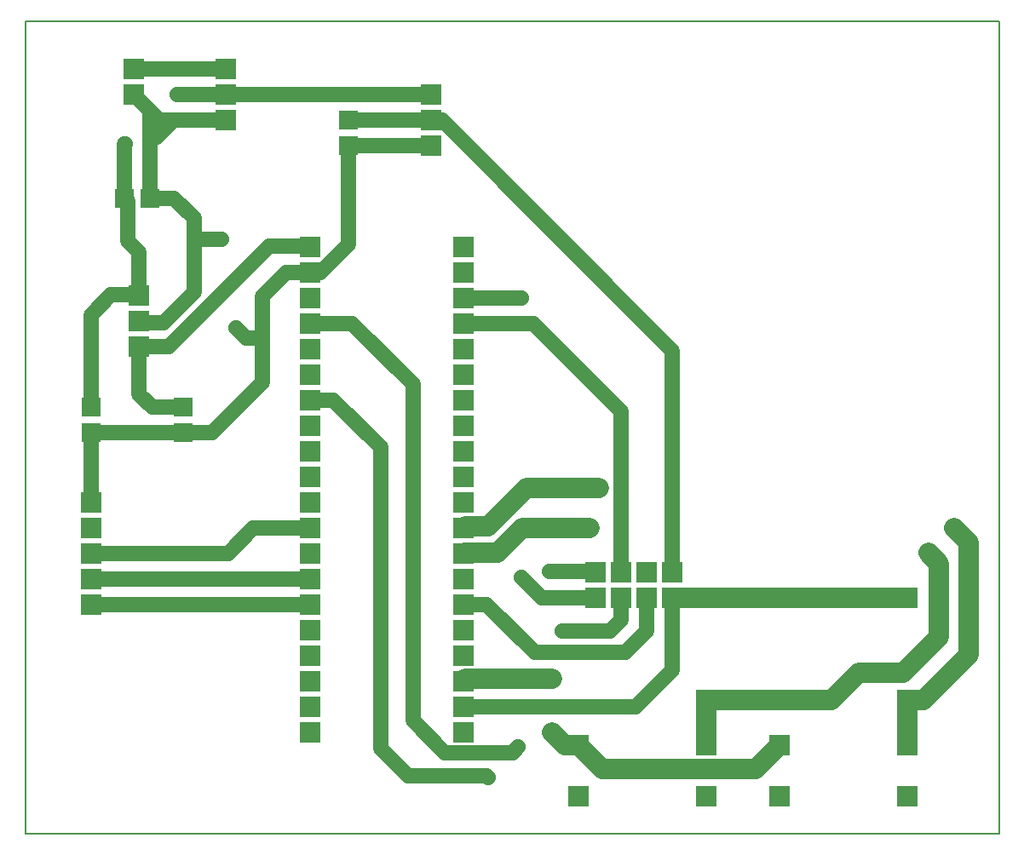
<source format=gbr>
G04 PROTEUS RS274X GERBER FILE*
%FSLAX26Y26*%
%MOIN*%
G01*
%ADD10C,0.060000*%
%ADD11C,0.080000*%
%ADD12C,0.060000*%
%ADD13R,0.080000X0.080000*%
%ADD14R,0.075000X0.075000*%
%ADD15C,0.008000*%
D10*
X-1110236Y+226772D02*
X-1110236Y-41764D01*
X-1108000Y-44000D01*
X-1108000Y-444000D02*
X-252000Y-444000D01*
X-1108000Y-344000D02*
X-252000Y-344000D01*
X-1108000Y-244000D02*
X-571957Y-244000D01*
X-474296Y-146338D01*
X-254338Y-146338D01*
X-252000Y-144000D01*
X-1110236Y+226772D02*
X-748031Y+226772D01*
X-748031Y+326772D02*
X-870079Y+326772D01*
X-921260Y+377953D01*
X-921260Y+565354D01*
X-923622Y+767717D02*
X-921260Y+765354D01*
X-1110236Y+326772D02*
X-1110236Y+688976D01*
X-1031496Y+767717D01*
X-923622Y+767717D01*
X+1164008Y-418772D02*
X+1164008Y-701569D01*
X+1021071Y-844505D01*
X+348505Y-844505D01*
X+348000Y-844000D01*
X-921260Y+565354D02*
X-804724Y+565354D01*
X-412759Y+957320D01*
X-253320Y+957320D01*
X-252000Y+956000D01*
X+220472Y+1350394D02*
X-102362Y+1350394D01*
X+220472Y+1450394D02*
X-102362Y+1450394D01*
X-102362Y+1350394D02*
X-102362Y+964567D01*
X-210929Y+856000D01*
X-252000Y+856000D01*
X-582677Y+1651181D02*
X-939370Y+1651181D01*
X-940945Y+1649606D01*
X+220472Y+1550394D02*
X-350394Y+1550394D01*
X-416535Y+1550394D02*
X-423395Y+1550394D01*
X-350394Y+1550394D02*
X-416535Y+1550394D01*
X-423395Y+1550394D02*
X-581890Y+1550394D01*
X-582677Y+1551181D01*
X+220472Y+1450394D02*
X+262635Y+1450394D01*
X+1164008Y+549021D01*
X+1164008Y-318772D01*
X+964008Y-318772D02*
X+964008Y+311583D01*
X+622047Y+653543D01*
X+350457Y+653543D01*
X+348000Y+656000D01*
X+1064008Y-418772D02*
X+1064008Y-550166D01*
X+980315Y-633858D01*
X+625984Y-633858D01*
X+437008Y-444882D01*
X+349709Y-444882D01*
X+340637Y-435810D01*
X+348000Y-444000D01*
X-921260Y+765354D02*
X-921260Y+932797D01*
X-965683Y+977220D01*
X-965683Y+1133400D01*
X-977953Y+1145669D01*
X-940945Y+1549606D02*
X-877953Y+1486614D01*
X-876772Y+1485433D02*
X-877953Y+1486614D01*
X-787402Y+1451181D02*
X-852756Y+1385827D01*
X-877953Y+1385827D01*
X-582677Y+1451181D02*
X-787402Y+1451181D01*
X-842520Y+1451181D01*
X-876772Y+1485433D01*
X-877953Y+1486614D02*
X-877953Y+1385827D01*
X-877953Y+1145669D01*
X+964008Y-418772D02*
X+964008Y-506024D01*
X+919889Y-550143D01*
X+735809Y-550143D01*
X+561680Y-1002879D02*
X+540596Y-1023963D01*
X+274306Y-1023963D01*
X+149606Y-899263D01*
X+149606Y+417322D01*
X-89071Y+656000D01*
X-252000Y+656000D01*
X+864008Y-418772D02*
X+655599Y-418772D01*
X+574188Y-337360D01*
X+574803Y+755906D02*
X+348094Y+755906D01*
X+348000Y+756000D01*
X-438320Y+598425D02*
X-502461Y+598425D01*
X-543307Y+639272D01*
X-600598Y+983022D02*
X-691352Y+983022D01*
X-706977Y+998646D01*
X-252000Y+856000D02*
X-344788Y+856000D01*
X-438320Y+762467D01*
X-438320Y+598425D01*
X-438320Y+424981D01*
X-636530Y+226772D01*
X-748031Y+226772D01*
X-877953Y+1145669D02*
X-785874Y+1145669D01*
X-706977Y+1066772D01*
X-706977Y+998646D01*
X-706977Y+778215D01*
X-826380Y+658812D01*
X-914718Y+658812D01*
X-921260Y+665354D01*
X-977953Y+1145669D02*
X-977953Y+1356693D01*
X-976378Y+1358268D01*
X-771654Y+1551181D02*
X-582677Y+1551181D01*
X-252000Y+356000D02*
X-163087Y+356000D01*
X+22690Y+170224D01*
X+22690Y-1008513D01*
X+129921Y-1115745D01*
X+436117Y-1115745D01*
X+443185Y-1122812D01*
X+683467Y-317159D02*
X+862395Y-317159D01*
X+864008Y-318772D01*
D11*
X+2082677Y-996063D02*
X+2082677Y-817323D01*
X+2082677Y-417323D02*
X+1299213Y-417323D01*
X+1165457Y-417323D01*
X+1164008Y-418772D01*
X+1582677Y-996063D02*
X+1491069Y-1087671D01*
X+890821Y-1087671D01*
X+799213Y-996063D01*
X+743972Y-996063D01*
X+695144Y-947235D01*
X+695144Y-736582D02*
X+355418Y-736582D01*
X+348000Y-744000D01*
X+1299213Y-817323D02*
X+1299213Y-996063D01*
X+1299213Y-817323D02*
X+1788976Y-817323D01*
X+1893701Y-712598D01*
X+2067104Y-712598D01*
X+2208661Y-571041D01*
X+2208661Y-284252D01*
X+2166870Y-242461D01*
X+840945Y-146165D02*
X+577982Y-146165D01*
X+481686Y-242461D01*
X+349539Y-242461D01*
X+348000Y-244000D01*
X+2082677Y-817323D02*
X+2147244Y-817323D01*
X+2322835Y-641732D01*
X+2322835Y-200787D01*
X+2267717Y-145669D01*
X+877982Y+9390D02*
X+592797Y+9390D01*
X+444649Y-138758D01*
X+353242Y-138758D01*
X+348000Y-144000D01*
D12*
X+735809Y-550143D03*
X+561680Y-1002879D03*
X+574188Y-337360D03*
X+574803Y+755906D03*
X-543307Y+639272D03*
X-600598Y+983022D03*
X-976378Y+1358268D03*
X-771654Y+1551181D03*
X+443185Y-1122812D03*
X+683467Y-317159D03*
X+695144Y-947235D03*
X+695144Y-736582D03*
X+2166870Y-242461D03*
X+840945Y-146165D03*
X+2267717Y-145669D03*
X+877982Y+9390D03*
D13*
X+348000Y-944000D03*
X-252000Y+756000D03*
X-252000Y+956000D03*
X+348000Y-744000D03*
X-252000Y-444000D03*
X-252000Y-344000D03*
X-252000Y-244000D03*
X-252000Y-144000D03*
X-252000Y-44000D03*
X-252000Y+56000D03*
X-252000Y+156000D03*
X-252000Y+256000D03*
X+348000Y+556000D03*
X+348000Y+456000D03*
X+348000Y+356000D03*
X+348000Y+256000D03*
X+348000Y+156000D03*
X+348000Y+56000D03*
X-252000Y+356000D03*
X-252000Y+456000D03*
X-252000Y+556000D03*
X+348000Y-44000D03*
X+348000Y-144000D03*
X+348000Y-244000D03*
X+348000Y-344000D03*
X+348000Y-444000D03*
X+348000Y-544000D03*
X+348000Y-644000D03*
X-252000Y+656000D03*
X+348000Y+956000D03*
X+348000Y+856000D03*
X+348000Y+756000D03*
X+348000Y+656000D03*
X-252000Y-844000D03*
X-252000Y-744000D03*
X-252000Y-644000D03*
X+348000Y-844000D03*
X-252000Y+856000D03*
X-252000Y-544000D03*
X-252000Y-944000D03*
X-1108000Y-444000D03*
X-1108000Y-344000D03*
X-1108000Y-244000D03*
X-1108000Y-144000D03*
X-1108000Y-44000D03*
X+1064008Y-418772D03*
X+1064008Y-318772D03*
X+1164008Y-418772D03*
X+864008Y-318772D03*
X+864008Y-418772D03*
X+964008Y-318772D03*
X+964008Y-418772D03*
X+1164008Y-318772D03*
X-940945Y+1549606D03*
X-940945Y+1649606D03*
X-582677Y+1451181D03*
X-582677Y+1551181D03*
X-582677Y+1651181D03*
X-921260Y+765354D03*
X-921260Y+665354D03*
X-921260Y+565354D03*
X+220472Y+1350394D03*
X+220472Y+1450394D03*
X+220472Y+1550394D03*
D14*
X-748031Y+226772D03*
X-748031Y+326772D03*
X-1110236Y+326772D03*
X-1110236Y+226772D03*
X-977953Y+1145669D03*
X-877953Y+1145669D03*
X-102362Y+1450394D03*
X-102362Y+1350394D03*
D13*
X+1299213Y-996063D03*
X+1299213Y-1196850D03*
X+799213Y-996063D03*
X+799213Y-1196850D03*
X+2082677Y-996063D03*
X+2082677Y-1196850D03*
X+1582677Y-996063D03*
X+1582677Y-1196850D03*
X+2082677Y-417323D03*
X+2082677Y-817323D03*
X+1299213Y-417323D03*
X+1299213Y-817323D03*
D15*
X-1366291Y-1341913D02*
X+2442638Y-1341913D01*
X+2442638Y+1837220D01*
X-1366291Y+1837220D01*
X-1366291Y-1341913D01*
M02*

</source>
